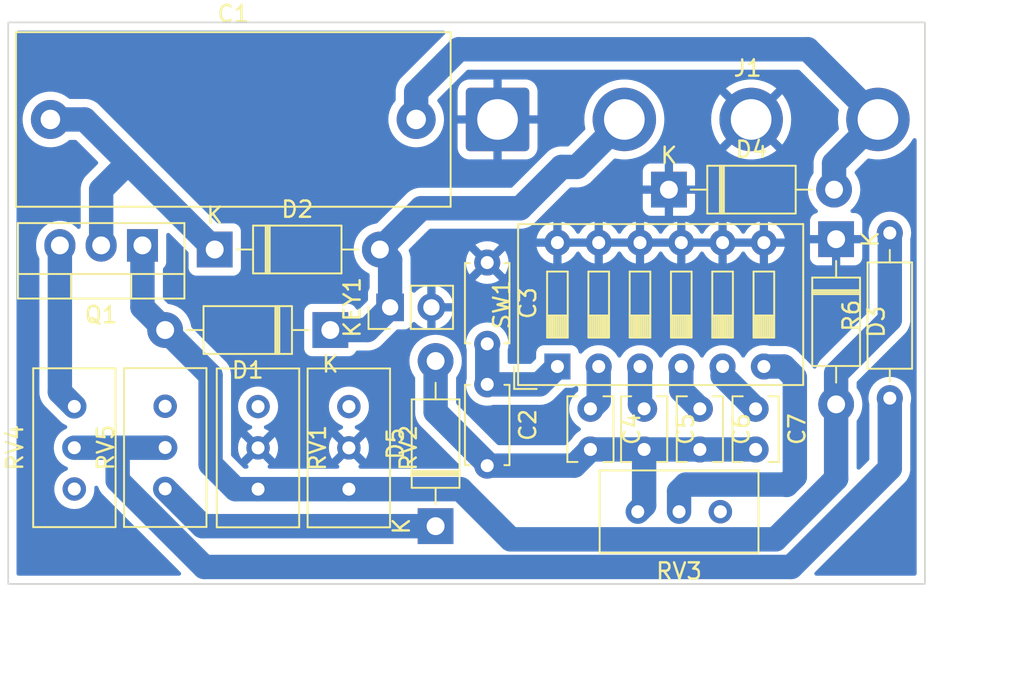
<source format=kicad_pcb>
(kicad_pcb (version 20211014) (generator pcbnew)
  (layers (0 "F.Cu" signal) (31 "B.Cu" signal) (34 "B.Paste" user) (35 "F.Paste" user) (36 "B.SilkS" user "B.Silkscreen") (37 "F.SilkS" user "F.Silkscreen") (38 "B.Mask" user) (39 "F.Mask" user) (44 "Edge.Cuts" user))
  (net 0 "")
  (net 1 "GND")
  (net 2 "Net-(C1-Pad1)")
  (net 3 "Net-(C2-Pad1)")
  (net 4 "RWIRE")
  (net 5 "Net-(C4-Pad1)")
  (net 6 "BWIRE")
  (net 7 "Net-(D5-Pad1)")
  (net 8 "Net-(D1-Pad2)")
  (net 9 "Net-(C2-Pad2)")
  (net 10 "Net-(C5-Pad1)")
  (net 11 "Net-(C6-Pad1)")
  (net 12 "Net-(C7-Pad1)")
  (net 15 "Net-(Q1-Pad3)")
  (net 19 "Net-(R6-Pad1)")
  (net 20 "Net-(RV3-Pad2)")
  (footprint "Button_Switch_THT:SW_DIP_SPSTx06_Slide_9.78x17.42mm_W7.62mm_P2.54mm" (layer "F.Cu") (at 98.298 75.7765 90)
    (fp_text reference "SW1" (at 3.81 -3.42 90) (layer "F.SilkS"))
    (fp_text value "SW_DIP_x06")
    (fp_line (start 8.76 -2.42) (end 8.76 15.12) (layer "F.SilkS") (width 0.12))
    (fp_line (start 1.78 0.325) (end 3.133333 0.325) (layer "F.SilkS") (width 0.12))
    (fp_line (start 5.84 -0.635) (end 1.78 -0.635) (layer "F.SilkS") (width 0.12))
    (fp_line (start 5.84 4.445) (end 1.78 4.445) (layer "F.SilkS") (width 0.12))
    (fp_line (start 1.78 9.765) (end 3.133333 9.765) (layer "F.SilkS") (width 0.12))
    (fp_line (start 1.78 12.425) (end 3.133333 12.425) (layer "F.SilkS") (width 0.12))
    (fp_line (start 1.78 2.625) (end 3.133333 2.625) (layer "F.SilkS") (width 0.12))
    (fp_line (start 1.78 2.865) (end 3.133333 2.865) (layer "F.SilkS") (width 0.12))
    (fp_line (start 1.78 4.445) (end 1.78 5.715) (layer "F.SilkS") (width 0.12))
    (fp_line (start 1.78 10.245) (end 3.133333 10.245) (layer "F.SilkS") (width 0.12))
    (fp_line (start 1.78 5.645) (end 3.133333 5.645) (layer "F.SilkS") (width 0.12))
    (fp_line (start 1.78 0.085) (end 3.133333 0.085) (layer "F.SilkS") (width 0.12))
    (fp_line (start 1.78 12.065) (end 1.78 13.335) (layer "F.SilkS") (width 0.12))
    (fp_line (start 1.78 2.025) (end 3.133333 2.025) (layer "F.SilkS") (width 0.12))
    (fp_line (start 3.133333 -0.635) (end 3.133333 0.635) (layer "F.SilkS") (width 0.12))
    (fp_line (start 1.78 10.005) (end 3.133333 10.005) (layer "F.SilkS") (width 0.12))
    (fp_line (start 5.84 13.335) (end 5.84 12.065) (layer "F.SilkS") (width 0.12))
    (fp_line (start 1.78 5.045) (end 3.133333 5.045) (layer "F.SilkS") (width 0.12))
    (fp_line (start 1.78 4.925) (end 3.133333 4.925) (layer "F.SilkS") (width 0.12))
    (fp_line (start 1.78 8.185) (end 3.133333 8.185) (layer "F.SilkS") (width 0.12))
    (fp_line (start 5.84 10.795) (end 5.84 9.525) (layer "F.SilkS") (width 0.12))
    (fp_line (start 1.78 12.305) (end 3.133333 12.305) (layer "F.SilkS") (width 0.12))
    (fp_line (start 5.84 6.985) (end 1.78 6.985) (layer "F.SilkS") (width 0.12))
    (fp_line (start 1.78 9.525) (end 1.78 10.795) (layer "F.SilkS") (width 0.12))
    (fp_line (start 5.84 9.525) (end 1.78 9.525) (layer "F.SilkS") (width 0.12))
    (fp_line (start 1.78 13.145) (end 3.133333 13.145) (layer "F.SilkS") (width 0.12))
    (fp_line (start 5.84 1.905) (end 1.78 1.905) (layer "F.SilkS") (width 0.12))
    (fp_line (start 1.78 -0.275) (end 3.133333 -0.275) (layer "F.SilkS") (width 0.12))
    (fp_line (start 1.78 -0.515) (end 3.133333 -0.515) (layer "F.SilkS") (width 0.12))
    (fp_line (start 1.78 5.285) (end 3.133333 5.285) (layer "F.SilkS") (width 0.12))
    (fp_line (start 1.78 10.485) (end 3.133333 10.485) (layer "F.SilkS") (width 0.12))
    (fp_line (start 1.78 2.145) (end 3.133333 2.145) (layer "F.SilkS") (width 0.12))
    (fp_line (start 1.78 7.945) (end 3.133333 7.945) (layer "F.SilkS") (width 0.12))
    (fp_line (start -1.38 -2.66) (end -1.38 -1.277) (layer "F.SilkS") (width 0.12))
    (fp_line (start 1.78 12.785) (end 3.133333 12.785) (layer "F.SilkS") (width 0.12))
    (fp_line (start 3.133333 1.905) (end 3.133333 3.175) (layer "F.SilkS") (width 0.12))
    (fp_line (start 1.78 0.205) (end 3.133333 0.205) (layer "F.SilkS") (width 0.12))
    (fp_line (start 1.78 2.745) (end 3.133333 2.745) (layer "F.SilkS") (width 0.12))
    (fp_line (start 1.78 5.525) (end 3.133333 5.525) (layer "F.SilkS") (width 0.12))
    (fp_line (start 1.78 9.885) (end 3.133333 9.885) (layer "F.SilkS") (width 0.12))
    (fp_line (start 1.78 5.165) (end 3.133333 5.165) (layer "F.SilkS") (width 0.12))
    (fp_line (start 1.78 7.585) (end 3.133333 7.585) (layer "F.SilkS") (width 0.12))
    (fp_line (start 1.78 13.265) (end 3.133333 13.265) (layer "F.SilkS") (width 0.12))
    (fp_line (start 1.78 7.225) (end 3.133333 7.225) (layer "F.SilkS") (width 0.12))
    (fp_line (start 1.78 8.255) (end 5.84 8.255) (layer "F.SilkS") (width 0.12))
    (fp_line (start 1.78 8.065) (end 3.133333 8.065) (layer "F.SilkS") (width 0.12))
    (fp_line (start 1.78 10.125) (end 3.133333 10.125) (layer "F.SilkS") (width 0.12))
    (fp_line (start 1.78 10.365) (end 3.133333 10.365) (layer "F.SilkS") (width 0.12))
    (fp_line (start 1.78 2.505) (end 3.133333 2.505) (layer "F.SilkS") (width 0.12))
    (fp_line (start 1.78 3.175) (end 5.84 3.175) (layer "F.SilkS") (width 0.12))
    (fp_line (start 3.133333 9.525) (end 3.133333 10.795) (layer "F.SilkS") (width 0.12))
    (fp_line (start 1.78 4.805) (end 3.133333 4.805) (layer "F.SilkS") (width 0.12))
    (fp_line (start 5.84 0.635) (end 5.84 -0.635) (layer "F.SilkS") (width 0.12))
    (fp_line (start 1.78 10.725) (end 3.133333 10.725) (layer "F.SilkS") (width 0.12))
    (fp_line (start 1.78 -0.155) (end 3.133333 -0.155) (layer "F.SilkS") (width 0.12))
    (fp_line (start 1.78 0.445) (end 3.133333 0.445) (layer "F.SilkS") (width 0.12))
    (fp_line (start 1.78 10.605) (end 3.133333 10.605) (layer "F.SilkS") (width 0.12))
    (fp_line (start 1.78 9.645) (end 3.133333 9.645) (layer "F.SilkS") (width 0.12))
    (fp_line (start -1.14 -2.42) (end 8.76 -2.42) (layer "F.SilkS") (width 0.12))
    (fp_line (start 1.78 1.905) (end 1.78 3.175) (layer "F.SilkS") (width 0.12))
    (fp_line (start -1.14 15.12) (end 8.76 15.12) (layer "F.SilkS") (width 0.12))
    (fp_line (start 1.78 7.105) (end 3.133333 7.105) (layer "F.SilkS") (width 0.12))
    (fp_line (start 3.133333 12.065) (end 3.133333 13.335) (layer "F.SilkS") (width 0.12))
    (fp_line (start 5.84 3.175) (end 5.84 1.905) (layer "F.SilkS") (width 0.12))
    (fp_line (start 3.133333 4.445) (end 3.133333 5.715) (layer "F.SilkS") (width 0.12))
    (fp_line (start 1.78 6.985) (end 1.78 8.255) (layer "F.SilkS") (width 0.12))
    (fp_line (start 1.78 7.345) (end 3.133333 7.345) (layer "F.SilkS") (width 0.12))
    (fp_line (start 1.78 2.265) (end 3.133333 2.265) (layer "F.SilkS") (width 0.12))
    (fp_line (start 1.78 -0.395) (end 3.133333 -0.395) (layer "F.SilkS") (width 0.12))
    (fp_line (start 1.78 12.545) (end 3.133333 12.545) (layer "F.SilkS") (width 0.12))
    (fp_line (start 1.78 5.715) (end 5.84 5.715) (layer "F.SilkS") (width 0.12))
    (fp_line (start 1.78 13.025) (end 3.133333 13.025) (layer "F.SilkS") (width 0.12))
    (fp_line (start 1.78 -0.035) (end 3.133333 -0.035) (layer "F.SilkS") (width 0.12))
    (fp_line (start 1.78 -0.635) (end 1.78 0.635) (layer "F.SilkS") (width 0.12))
    (fp_line (start 1.78 7.705) (end 3.133333 7.705) (layer "F.SilkS") (width 0.12))
    (fp_line (start 1.78 12.185) (end 3.133333 12.185) (layer "F.SilkS") (width 0.12))
    (fp_line (start 1.78 0.635) (end 5.84 0.635) (layer "F.SilkS") (width 0.12))
    (fp_line (start 5.84 5.715) (end 5.84 4.445) (layer "F.SilkS") (width 0.12))
    (fp_line (start 1.78 0.565) (end 3.133333 0.565) (layer "F.SilkS") (width 0.12))
    (fp_line (start 1.78 2.385) (end 3.133333 2.385) (layer "F.SilkS") (width 0.12))
    (fp_line (start 1.78 7.465) (end 3.133333 7.465) (layer "F.SilkS") (width 0.12))
    (fp_line (start -1.38 -2.66) (end 0.004 -2.66) (layer "F.SilkS") (width 0.12))
    (fp_line (start 5.84 8.255) (end 5.84 6.985) (layer "F.SilkS") (width 0.12))
    (fp_line (start 1.78 3.105) (end 3.133333 3.105) (layer "F.SilkS") (width 0.12))
    (fp_line (start 1.78 5.405) (end 3.133333 5.405) (layer "F.SilkS") (width 0.12))
    (fp_line (start 1.78 12.665) (end 3.133333 12.665) (layer "F.SilkS") (width 0.12))
    (fp_line (start 1.78 4.685) (end 3.133333 4.685) (layer "F.SilkS") (width 0.12))
    (fp_line (start 1.78 7.825) (end 3.133333 7.825) (layer "F.SilkS") (width 0.12))
    (fp_line (start 1.78 10.795) (end 5.84 10.795) (layer "F.SilkS") (width 0.12))
    (fp_line (start 1.78 4.565) (end 3.133333 4.565) (layer "F.SilkS") (width 0.12))
    (fp_line (start 1.78 2.985) (end 3.133333 2.985) (layer "F.SilkS") (width 0.12))
    (fp_line (start 3.133333 6.985) (end 3.133333 8.255) (layer "F.SilkS") (width 0.12))
    (fp_line (start 1.78 12.905) (end 3.133333 12.905) (layer "F.SilkS") (width 0.12))
    (fp_line (start -1.14 -2.42) (end -1.14 15.12) (layer "F.SilkS") (width 0.12))
    (fp_line (start 1.78 13.335) (end 5.84 13.335) (layer "F.SilkS") (width 0.12))
    (fp_line (start 5.84 12.065) (end 1.78 12.065) (layer "F.SilkS") (width 0.12))
    (pad "1" thru_hole rect (at 0 0 90) (size 1.6 1.6) (drill 0.8) (layers *.Cu *.Mask) (net 3 "Net-(C2-Pad1)"))
    (pad "2" thru_hole oval (at 0 2.54 90) (size 1.6 1.6) (drill 0.8) (layers *.Cu *.Mask) (net 5 "Net-(C4-Pad1)"))
    (pad "3" thru_hole oval (at 0 5.08 90) (size 1.6 1.6) (drill 0.8) (layers *.Cu *.Mask) (net 10 "Net-(C5-Pad1)"))
    (pad "4" thru_hole oval (at 0 7.62 90) (size 1.6 1.6) (drill 0.8) (layers *.Cu *.Mask) (net 11 "Net-(C6-Pad1)"))
    (pad "5" thru_hole oval (at 0 10.16 90) (size 1.6 1.6) (drill 0.8) (layers *.Cu *.Mask) (net 12 "Net-(C7-Pad1)"))
    (pad "6" thru_hole oval (at 0 12.7 90) (size 1.6 1.6) (drill 0.8) (layers *.Cu *.Mask) (net 20 "Net-(RV3-Pad2)"))
    (pad "7" thru_hole oval (at 7.62 12.7 90) (size 1.6 1.6) (drill 0.8) (layers *.Cu *.Mask) (net 1 "GND"))
    (pad "8" thru_hole oval (at 7.62 10.16 90) (size 1.6 1.6) (drill 0.8) (layers *.Cu *.Mask) (net 1 "GND"))
    (pad "9" thru_hole oval (at 7.62 7.62 90) (size 1.6 1.6) (drill 0.8) (layers *.Cu *.Mask) (net 1 "GND"))
    (pad "10" thru_hole oval (at 7.62 5.08 90) (size 1.6 1.6) (drill 0.8) (layers *.Cu *.Mask) (net 1 "GND"))
    (pad "11" thru_hole oval (at 7.62 2.54 90) (size 1.6 1.6) (drill 0.8) (layers *.Cu *.Mask) (net 1 "GND"))
    (pad "12" thru_hole oval (at 7.62 0 90) (size 1.6 1.6) (drill 0.8) (layers *.Cu *.Mask) (net 1 "GND"))
  )
  (footprint "Diode_THT:D_DO-41_SOD81_P10.16mm_Horizontal" (layer "F.Cu") (at 115.443 67.945 -90)
    (fp_text reference "D3" (at 5.08 -2.47 90) (layer "F.SilkS"))
    (fp_text value "1N4007")
    (fp_text user "K" (at 0 -2.1 90) (layer "F.SilkS"))
    (fp_line (start 2.36 1.47) (end 7.8 1.47) (layer "F.SilkS") (width 0.12))
    (fp_line (start 3.38 -1.47) (end 3.38 1.47) (layer "F.SilkS") (width 0.12))
    (fp_line (start 1.34 0) (end 2.36 0) (layer "F.SilkS") (width 0.12))
    (fp_line (start 8.82 0) (end 7.8 0) (layer "F.SilkS") (width 0.12))
    (fp_line (start 7.8 1.47) (end 7.8 -1.47) (layer "F.SilkS") (width 0.12))
    (fp_line (start 7.8 -1.47) (end 2.36 -1.47) (layer "F.SilkS") (width 0.12))
    (fp_line (start 3.14 -1.47) (end 3.14 1.47) (layer "F.SilkS") (width 0.12))
    (fp_line (start 3.26 -1.47) (end 3.26 1.47) (layer "F.SilkS") (width 0.12))
    (fp_line (start 2.36 -1.47) (end 2.36 1.47) (layer "F.SilkS") (width 0.12))
    (pad "1" thru_hole rect (at 0 0 270) (size 2.2 2.2) (drill 1.1) (layers *.Cu *.Mask) (net 1 "GND"))
    (pad "2" thru_hole oval (at 10.16 0 270) (size 2.2 2.2) (drill 1.1) (layers *.Cu *.Mask) (net 8 "Net-(D1-Pad2)"))
  )
  (footprint "Diode_THT:D_DO-41_SOD81_P10.16mm_Horizontal" (layer "F.Cu") (at 105.156 64.897)
    (fp_text reference "D4" (at 5.08 -2.47) (layer "F.SilkS"))
    (fp_text value "1N4007")
    (fp_text user "K" (at 0 -2.1) (layer "F.SilkS"))
    (fp_line (start 8.82 0) (end 7.8 0) (layer "F.SilkS") (width 0.12))
    (fp_line (start 7.8 -1.47) (end 2.36 -1.47) (layer "F.SilkS") (width 0.12))
    (fp_line (start 2.36 1.47) (end 7.8 1.47) (layer "F.SilkS") (width 0.12))
    (fp_line (start 3.38 -1.47) (end 3.38 1.47) (layer "F.SilkS") (width 0.12))
    (fp_line (start 7.8 1.47) (end 7.8 -1.47) (layer "F.SilkS") (width 0.12))
    (fp_line (start 2.36 -1.47) (end 2.36 1.47) (layer "F.SilkS") (width 0.12))
    (fp_line (start 3.14 -1.47) (end 3.14 1.47) (layer "F.SilkS") (width 0.12))
    (fp_line (start 3.26 -1.47) (end 3.26 1.47) (layer "F.SilkS") (width 0.12))
    (fp_line (start 1.34 0) (end 2.36 0) (layer "F.SilkS") (width 0.12))
    (pad "1" thru_hole rect (at 0 0) (size 2.2 2.2) (drill 1.1) (layers *.Cu *.Mask) (net 1 "GND"))
    (pad "2" thru_hole oval (at 10.16 0) (size 2.2 2.2) (drill 1.1) (layers *.Cu *.Mask) (net 4 "RWIRE"))
  )
  (footprint "Diode_THT:D_DO-41_SOD81_P10.16mm_Horizontal" (layer "F.Cu") (at 77.216 68.58)
    (fp_text reference "D2" (at 5.08 -2.47) (layer "F.SilkS"))
    (fp_text value "1N4007")
    (fp_text user "K" (at 0 -2.1) (layer "F.SilkS"))
    (fp_line (start 3.38 -1.47) (end 3.38 1.47) (layer "F.SilkS") (width 0.12))
    (fp_line (start 2.36 1.47) (end 7.8 1.47) (layer "F.SilkS") (width 0.12))
    (fp_line (start 1.34 0) (end 2.36 0) (layer "F.SilkS") (width 0.12))
    (fp_line (start 2.36 -1.47) (end 2.36 1.47) (layer "F.SilkS") (width 0.12))
    (fp_line (start 3.26 -1.47) (end 3.26 1.47) (layer "F.SilkS") (width 0.12))
    (fp_line (start 3.14 -1.47) (end 3.14 1.47) (layer "F.SilkS") (width 0.12))
    (fp_line (start 7.8 -1.47) (end 2.36 -1.47) (layer "F.SilkS") (width 0.12))
    (fp_line (start 8.82 0) (end 7.8 0) (layer "F.SilkS") (width 0.12))
    (fp_line (start 7.8 1.47) (end 7.8 -1.47) (layer "F.SilkS") (width 0.12))
    (pad "1" thru_hole rect (at 0 0) (size 2.2 2.2) (drill 1.1) (layers *.Cu *.Mask) (net 2 "Net-(C1-Pad1)"))
    (pad "2" thru_hole oval (at 10.16 0) (size 2.2 2.2) (drill 1.1) (layers *.Cu *.Mask) (net 6 "BWIRE"))
  )
  (footprint "Potentiometer_THT:Potentiometer_Bourns_3296W_Vertical" (layer "F.Cu") (at 85.471 83.322 -90)
    (fp_text reference "RV2" (at -2.54 -3.66 -90) (layer "F.SilkS"))
    (fp_text value "500")
    (fp_line (start -7.425 2.54) (end 2.345 2.54) (layer "F.SilkS") (width 0.12))
    (fp_line (start -7.425 -2.53) (end 2.345 -2.53) (layer "F.SilkS") (width 0.12))
    (fp_line (start 2.345 -2.53) (end 2.345 2.54) (layer "F.SilkS") (width 0.12))
    (fp_line (start -7.425 -2.53) (end -7.425 2.54) (layer "F.SilkS") (width 0.12))
    (pad "1" thru_hole circle (at 0 0 270) (size 1.44 1.44) (drill 0.8) (layers *.Cu *.Mask) (net 8 "Net-(D1-Pad2)"))
    (pad "2" thru_hole circle (at -2.54 0 270) (size 1.44 1.44) (drill 0.8) (layers *.Cu *.Mask) (net 1 "GND"))
    (pad "3" thru_hole circle (at -5.08 0 270) (size 1.44 1.44) (drill 0.8) (layers *.Cu *.Mask))
  )
  (footprint "Capacitor_THT:C_Disc_D3.8mm_W2.6mm_P2.50mm" (layer "F.Cu") (at 100.33 78.379 -90)
    (fp_text reference "C4" (at 1.25 -2.55 90) (layer "F.SilkS"))
    (fp_text value "0.47uF")
    (fp_line (start -0.77 0.795) (end -0.77 1.42) (layer "F.SilkS") (width 0.12))
    (fp_line (start -0.77 1.42) (end 3.27 1.42) (layer "F.SilkS") (width 0.12))
    (fp_line (start -0.77 -1.42) (end 3.27 -1.42) (layer "F.SilkS") (width 0.12))
    (fp_line (start 3.27 0.795) (end 3.27 1.42) (layer "F.SilkS") (width 0.12))
    (fp_line (start -0.77 -1.42) (end -0.77 -0.795) (layer "F.SilkS") (width 0.12))
    (fp_line (start 3.27 -1.42) (end 3.27 -0.795) (layer "F.SilkS") (width 0.12))
    (pad "1" thru_hole circle (at 0 0 270) (size 1.6 1.6) (drill 0.8) (layers *.Cu *.Mask) (net 5 "Net-(C4-Pad1)"))
    (pad "2" thru_hole circle (at 2.5 0 270) (size 1.6 1.6) (drill 0.8) (layers *.Cu *.Mask) (net 9 "Net-(C2-Pad2)"))
  )
  (footprint "Capacitor_THT:C_Disc_D3.8mm_W2.6mm_P2.50mm" (layer "F.Cu") (at 110.49 78.379 -90)
    (fp_text reference "C7" (at 1.25 -2.55 90) (layer "F.SilkS"))
    (fp_text value "0.47uF")
    (fp_line (start -0.77 -1.42) (end 3.27 -1.42) (layer "F.SilkS") (width 0.12))
    (fp_line (start 3.27 -1.42) (end 3.27 -0.795) (layer "F.SilkS") (width 0.12))
    (fp_line (start -0.77 1.42) (end 3.27 1.42) (layer "F.SilkS") (width 0.12))
    (fp_line (start -0.77 -1.42) (end -0.77 -0.795) (layer "F.SilkS") (width 0.12))
    (fp_line (start 3.27 0.795) (end 3.27 1.42) (layer "F.SilkS") (width 0.12))
    (fp_line (start -0.77 0.795) (end -0.77 1.42) (layer "F.SilkS") (width 0.12))
    (pad "1" thru_hole circle (at 0 0 270) (size 1.6 1.6) (drill 0.8) (layers *.Cu *.Mask) (net 12 "Net-(C7-Pad1)"))
    (pad "2" thru_hole circle (at 2.5 0 270) (size 1.6 1.6) (drill 0.8) (layers *.Cu *.Mask) (net 9 "Net-(C2-Pad2)"))
  )
  (footprint "Capacitor_THT:C_Disc_D3.8mm_W2.6mm_P2.50mm" (layer "F.Cu") (at 103.632 78.379 -90)
    (fp_text reference "C5" (at 1.25 -2.55 90) (layer "F.SilkS"))
    (fp_text value "0.47uF")
    (fp_line (start -0.77 1.42) (end 3.27 1.42) (layer "F.SilkS") (width 0.12))
    (fp_line (start -0.77 -1.42) (end -0.77 -0.795) (layer "F.SilkS") (width 0.12))
    (fp_line (start 3.27 0.795) (end 3.27 1.42) (layer "F.SilkS") (width 0.12))
    (fp_line (start -0.77 0.795) (end -0.77 1.42) (layer "F.SilkS") (width 0.12))
    (fp_line (start -0.77 -1.42) (end 3.27 -1.42) (layer "F.SilkS") (width 0.12))
    (fp_line (start 3.27 -1.42) (end 3.27 -0.795) (layer "F.SilkS") (width 0.12))
    (pad "1" thru_hole circle (at 0 0 270) (size 1.6 1.6) (drill 0.8) (layers *.Cu *.Mask) (net 10 "Net-(C5-Pad1)"))
    (pad "2" thru_hole circle (at 2.5 0 270) (size 1.6 1.6) (drill 0.8) (layers *.Cu *.Mask) (net 9 "Net-(C2-Pad2)"))
  )
  (footprint "Capacitor_THT:C_Disc_D4.7mm_W2.5mm_P5.00mm" (layer "F.Cu") (at 93.98 76.875 -90)
    (fp_text reference "C2" (at 2.5 -2.5 90) (layer "F.SilkS"))
    (fp_text value "4.7uF")
    (fp_line (start 4.97 1.055) (end 4.97 1.37) (layer "F.SilkS") (width 0.12))
    (fp_line (start 0.03 1.055) (end 0.03 1.37) (layer "F.SilkS") (width 0.12))
    (fp_line (start 0.03 -1.37) (end 4.97 -1.37) (layer "F.SilkS") (width 0.12))
    (fp_line (start 4.97 -1.37) (end 4.97 -1.055) (layer "F.SilkS") (width 0.12))
    (fp_line (start 0.03 1.37) (end 4.97 1.37) (layer "F.SilkS") (width 0.12))
    (fp_line (start 0.03 -1.37) (end 0.03 -1.055) (layer "F.SilkS") (width 0.12))
    (pad "1" thru_hole circle (at 0 0 270) (size 1.6 1.6) (drill 0.8) (layers *.Cu *.Mask) (net 3 "Net-(C2-Pad1)"))
    (pad "2" thru_hole circle (at 5 0 270) (size 1.6 1.6) (drill 0.8) (layers *.Cu *.Mask) (net 9 "Net-(C2-Pad2)"))
  )
  (footprint "Diode_THT:D_DO-41_SOD81_P10.16mm_Horizontal" (layer "F.Cu") (at 84.328 73.533 180)
    (fp_text reference "D1" (at 5.08 -2.47) (layer "F.SilkS"))
    (fp_text value "1N4007")
    (fp_text user "K" (at 0 -2.1) (layer "F.SilkS"))
    (fp_line (start 2.36 1.47) (end 7.8 1.47) (layer "F.SilkS") (width 0.12))
    (fp_line (start 2.36 -1.47) (end 2.36 1.47) (layer "F.SilkS") (width 0.12))
    (fp_line (start 7.8 -1.47) (end 2.36 -1.47) (layer "F.SilkS") (width 0.12))
    (fp_line (start 8.82 0) (end 7.8 0) (layer "F.SilkS") (width 0.12))
    (fp_line (start 3.14 -1.47) (end 3.14 1.47) (layer "F.SilkS") (width 0.12))
    (fp_line (start 1.34 0) (end 2.36 0) (layer "F.SilkS") (width 0.12))
    (fp_line (start 7.8 1.47) (end 7.8 -1.47) (layer "F.SilkS") (width 0.12))
    (fp_line (start 3.26 -1.47) (end 3.26 1.47) (layer "F.SilkS") (width 0.12))
    (fp_line (start 3.38 -1.47) (end 3.38 1.47) (layer "F.SilkS") (width 0.12))
    (pad "1" thru_hole rect (at 0 0 180) (size 2.2 2.2) (drill 1.1) (layers *.Cu *.Mask) (net 6 "BWIRE"))
    (pad "2" thru_hole oval (at 10.16 0 180) (size 2.2 2.2) (drill 1.1) (layers *.Cu *.Mask) (net 8 "Net-(D1-Pad2)"))
  )
  (footprint "Capacitor_THT:C_Disc_D4.7mm_W2.5mm_P5.00mm" (layer "F.Cu") (at 93.98 69.382 -90)
    (fp_text reference "C3" (at 2.5 -2.5 90) (layer "F.SilkS"))
    (fp_text value "4.7uF")
    (fp_line (start 0.03 1.37) (end 4.97 1.37) (layer "F.SilkS") (width 0.12))
    (fp_line (start 0.03 -1.37) (end 4.97 -1.37) (layer "F.SilkS") (width 0.12))
    (fp_line (start 0.03 1.055) (end 0.03 1.37) (layer "F.SilkS") (width 0.12))
    (fp_line (start 0.03 -1.37) (end 0.03 -1.055) (layer "F.SilkS") (width 0.12))
    (fp_line (start 4.97 1.055) (end 4.97 1.37) (layer "F.SilkS") (width 0.12))
    (fp_line (start 4.97 -1.37) (end 4.97 -1.055) (layer "F.SilkS") (width 0.12))
    (pad "1" thru_hole circle (at 0 0 270) (size 1.6 1.6) (drill 0.8) (layers *.Cu *.Mask) (net 1 "GND"))
    (pad "2" thru_hole circle (at 5 0 270) (size 1.6 1.6) (drill 0.8) (layers *.Cu *.Mask) (net 3 "Net-(C2-Pad1)"))
  )
  (footprint "Connector_Wire:SolderWire-2sqmm_1x04_P7.8mm_D2mm_OD3.9mm" (layer "F.Cu") (at 94.615 60.579)
    (fp_text reference "J1" (at 15.383 -3.15) (layer "F.SilkS"))
    (fp_text value "Conn_01x04_Male")
    (pad "1" thru_hole roundrect locked (at 0 0) (size 3.9 3.9) (drill 2.5) (layers *.Cu *.Mask) (roundrect_rratio 0.06410307692) (net 1 "GND"))
    (pad "2" thru_hole circle locked (at 7.8 0) (size 3.9 3.9) (drill 2.5) (layers *.Cu *.Mask) (net 6 "BWIRE"))
    (pad "3" thru_hole circle locked (at 15.6 0) (size 3.9 3.9) (drill 2.5) (layers *.Cu *.Mask) (net 1 "GND"))
    (pad "4" thru_hole circle locked (at 23.4 0) (size 3.9 3.9) (drill 2.5) (layers *.Cu *.Mask) (net 4 "RWIRE"))
  )
  (footprint "Potentiometer_THT:Potentiometer_Bourns_3296W_Vertical" (layer "F.Cu") (at 103.241 84.709 180)
    (fp_text reference "RV3" (at -2.54 -3.66) (layer "F.SilkS"))
    (fp_text value "1k")
    (fp_line (start -7.425 -2.53) (end 2.345 -2.53) (layer "F.SilkS") (width 0.12))
    (fp_line (start -7.425 2.54) (end 2.345 2.54) (layer "F.SilkS") (width 0.12))
    (fp_line (start -7.425 -2.53) (end -7.425 2.54) (layer "F.SilkS") (width 0.12))
    (fp_line (start 2.345 -2.53) (end 2.345 2.54) (layer "F.SilkS") (width 0.12))
    (pad "1" thru_hole circle (at 0 0 180) (size 1.44 1.44) (drill 0.8) (layers *.Cu *.Mask) (net 9 "Net-(C2-Pad2)"))
    (pad "2" thru_hole circle (at -2.54 0 180) (size 1.44 1.44) (drill 0.8) (layers *.Cu *.Mask) (net 20 "Net-(RV3-Pad2)"))
    (pad "3" thru_hole circle (at -5.08 0 180) (size 1.44 1.44) (drill 0.8) (layers *.Cu *.Mask))
  )
  (footprint "Capacitor_THT:C_Disc_D3.8mm_W2.6mm_P2.50mm" (layer "F.Cu") (at 107.061 78.379 -90)
    (fp_text reference "C6" (at 1.25 -2.55 90) (layer "F.SilkS"))
    (fp_text value "0.47uF")
    (fp_line (start -0.77 -1.42) (end 3.27 -1.42) (layer "F.SilkS") (width 0.12))
    (fp_line (start -0.77 -1.42) (end -0.77 -0.795) (layer "F.SilkS") (width 0.12))
    (fp_line (start -0.77 1.42) (end 3.27 1.42) (layer "F.SilkS") (width 0.12))
    (fp_line (start 3.27 0.795) (end 3.27 1.42) (layer "F.SilkS") (width 0.12))
    (fp_line (start -0.77 0.795) (end -0.77 1.42) (layer "F.SilkS") (width 0.12))
    (fp_line (start 3.27 -1.42) (end 3.27 -0.795) (layer "F.SilkS") (width 0.12))
    (pad "1" thru_hole circle (at 0 0 270) (size 1.6 1.6) (drill 0.8) (layers *.Cu *.Mask) (net 11 "Net-(C6-Pad1)"))
    (pad "2" thru_hole circle (at 2.5 0 270) (size 1.6 1.6) (drill 0.8) (layers *.Cu *.Mask) (net 9 "Net-(C2-Pad2)"))
  )
  (footprint "Capacitor_THT:C_Rect_L26.5mm_W10.5mm_P22.50mm_MKS4" (layer "F.Cu") (at 67.109 60.579)
    (fp_text reference "C1" (at 11.25 -6.5) (layer "F.SilkS"))
    (fp_text value "1uF")
    (fp_line (start -2.12 -5.37) (end 24.62 -5.37) (layer "F.SilkS") (width 0.12))
    (fp_line (start -2.12 -5.37) (end -2.12 5.37) (layer "F.SilkS") (width 0.12))
    (fp_line (start 24.62 -5.37) (end 24.62 5.37) (layer "F.SilkS") (width 0.12))
    (fp_line (start -2.12 5.37) (end 24.62 5.37) (layer "F.SilkS") (width 0.12))
    (pad "1" thru_hole circle (at 0 0) (size 2.4 2.4) (drill 1.2) (layers *.Cu *.Mask) (net 2 "Net-(C1-Pad1)"))
    (pad "2" thru_hole circle (at 22.5 0) (size 2.4 2.4) (drill 1.2) (layers *.Cu *.Mask) (net 4 "RWIRE"))
  )
  (footprint "Potentiometer_THT:Potentiometer_Bourns_3296W_Vertical" (layer "F.Cu") (at 68.58 78.232 90)
    (fp_text reference "RV4" (at -2.54 -3.66 90) (layer "F.SilkS"))
    (fp_text value "500")
    (fp_line (start -7.425 -2.53) (end -7.425 2.54) (layer "F.SilkS") (width 0.12))
    (fp_line (start 2.345 -2.53) (end 2.345 2.54) (layer "F.SilkS") (width 0.12))
    (fp_line (start -7.425 -2.53) (end 2.345 -2.53) (layer "F.SilkS") (width 0.12))
    (fp_line (start -7.425 2.54) (end 2.345 2.54) (layer "F.SilkS") (width 0.12))
    (pad "1" thru_hole circle (at 0 0 90) (size 1.44 1.44) (drill 0.8) (layers *.Cu *.Mask) (net 15 "Net-(Q1-Pad3)"))
    (pad "2" thru_hole circle (at -2.54 0 90) (size 1.44 1.44) (drill 0.8) (layers *.Cu *.Mask) (net 19 "Net-(R6-Pad1)"))
    (pad "3" thru_hole circle (at -5.08 0 90) (size 1.44 1.44) (drill 0.8) (layers *.Cu *.Mask))
  )
  (footprint "Resistor_THT:R_Axial_DIN0207_L6.3mm_D2.5mm_P10.16mm_Horizontal" (layer "F.Cu") (at 118.745 77.724 90)
    (fp_text reference "R6" (at 5.08 -2.37 90) (layer "F.SilkS"))
    (fp_text value "1K")
    (fp_line (start 1.81 -1.37) (end 1.81 1.37) (layer "F.SilkS") (width 0.12))
    (fp_line (start 1.81 1.37) (end 8.35 1.37) (layer "F.SilkS") (width 0.12))
    (fp_line (start 9.12 0) (end 8.35 0) (layer "F.SilkS") (width 0.12))
    (fp_line (start 1.04 0) (end 1.81 0) (layer "F.SilkS") (width 0.12))
    (fp_line (start 8.35 -1.37) (end 1.81 -1.37) (layer "F.SilkS") (width 0.12))
    (fp_line (start 8.35 1.37) (end 8.35 -1.37) (layer "F.SilkS") (width 0.12))
    (pad "1" thru_hole circle (at 0 0 90) (size 1.6 1.6) (drill 0.8) (layers *.Cu *.Mask) (net 19 "Net-(R6-Pad1)"))
    (pad "2" thru_hole oval (at 10.16 0 90) (size 1.6 1.6) (drill 0.8) (layers *.Cu *.Mask) (net 8 "Net-(D1-Pad2)"))
  )
  (footprint "Package_TO_SOT_THT:TO-220-3_Vertical" (layer "F.Cu") (at 72.771 68.326 180)
    (fp_text reference "Q1" (at 2.54 -4.27) (layer "F.SilkS"))
    (fp_text value "TIC106")
    (fp_line (start 4.391 -3.27) (end 4.391 -1.76) (layer "F.SilkS") (width 0.12))
    (fp_line (start 7.66 -3.27) (end 7.66 1.371) (layer "F.SilkS") (width 0.12))
    (fp_line (start -2.58 1.371) (end 7.66 1.371) (layer "F.SilkS") (width 0.12))
    (fp_line (start -2.58 -3.27) (end 7.66 -3.27) (layer "F.SilkS") (width 0.12))
    (fp_line (start 0.69 -3.27) (end 0.69 -1.76) (layer "F.SilkS") (width 0.12))
    (fp_line (start -2.58 -3.27) (end -2.58 1.371) (layer "F.SilkS") (width 0.12))
    (fp_line (start -2.58 -1.76) (end 7.66 -1.76) (layer "F.SilkS") (width 0.12))
    (pad "1" thru_hole rect (at 0 0 180) (size 1.905 2) (drill 1.1) (layers *.Cu *.Mask) (net 8 "Net-(D1-Pad2)"))
    (pad "2" thru_hole oval (at 2.54 0 180) (size 1.905 2) (drill 1.1) (layers *.Cu *.Mask) (net 2 "Net-(C1-Pad1)"))
    (pad "3" thru_hole oval (at 5.08 0 180) (size 1.905 2) (drill 1.1) (layers *.Cu *.Mask) (net 15 "Net-(Q1-Pad3)"))
  )
  (footprint "Potentiometer_THT:Potentiometer_Bourns_3296W_Vertical" (layer "F.Cu") (at 74.168 78.222 90)
    (fp_text reference "RV5" (at -2.54 -3.66 90) (layer "F.SilkS"))
    (fp_text value "50")
    (fp_line (start -7.425 -2.53) (end -7.425 2.54) (layer "F.SilkS") (width 0.12))
    (fp_line (start 2.345 -2.53) (end 2.345 2.54) (layer "F.SilkS") (width 0.12))
    (fp_line (start -7.425 -2.53) (end 2.345 -2.53) (layer "F.SilkS") (width 0.12))
    (fp_line (start -7.425 2.54) (end 2.345 2.54) (layer "F.SilkS") (width 0.12))
    (pad "1" thru_hole circle (at 0 0 90) (size 1.44 1.44) (drill 0.8) (layers *.Cu *.Mask))
    (pad "2" thru_hole circle (at -2.54 0 90) (size 1.44 1.44) (drill 0.8) (layers *.Cu *.Mask) (net 19 "Net-(R6-Pad1)"))
    (pad "3" thru_hole circle (at -5.08 0 90) (size 1.44 1.44) (drill 0.8) (layers *.Cu *.Mask) (net 7 "Net-(D5-Pad1)"))
  )
  (footprint "Potentiometer_THT:Potentiometer_Bourns_3296W_Vertical" (layer "F.Cu") (at 79.883 83.322 -90)
    (fp_text reference "RV1" (at -2.54 -3.66 90) (layer "F.SilkS"))
    (fp_text value "50")
    (fp_line (start -7.425 -2.53) (end -7.425 2.54) (layer "F.SilkS") (width 0.12))
    (fp_line (start 2.345 -2.53) (end 2.345 2.54) (layer "F.SilkS") (width 0.12))
    (fp_line (start -7.425 2.54) (end 2.345 2.54) (layer "F.SilkS") (width 0.12))
    (fp_line (start -7.425 -2.53) (end 2.345 -2.53) (layer "F.SilkS") (width 0.12))
    (pad "1" thru_hole circle (at 0 0 270) (size 1.44 1.44) (drill 0.8) (layers *.Cu *.Mask) (net 8 "Net-(D1-Pad2)"))
    (pad "2" thru_hole circle (at -2.54 0 270) (size 1.44 1.44) (drill 0.8) (layers *.Cu *.Mask) (net 1 "GND"))
    (pad "3" thru_hole circle (at -5.08 0 270) (size 1.44 1.44) (drill 0.8) (layers *.Cu *.Mask))
  )
  (footprint "Connector_PinHeader_2.54mm:PinHeader_1x02_P2.54mm_Vertical" (layer "F.Cu") (at 88.006 72.136 90)
    (fp_text reference "KEY1" (at 0 -2.33 90) (layer "F.SilkS"))
    (fp_text value "Conn_01x02_Male")
    (fp_line (start -1.33 -1.33) (end 0 -1.33) (layer "F.SilkS") (width 0.12))
    (fp_line (start 1.33 1.27) (end 1.33 3.87) (layer "F.SilkS") (width 0.12))
    (fp_line (start -1.33 3.87) (end 1.33 3.87) (layer "F.SilkS") (width 0.12))
    (fp_line (start -1.33 0) (end -1.33 -1.33) (layer "F.SilkS") (width 0.12))
    (fp_line (start -1.33 1.27) (end 1.33 1.27) (layer "F.SilkS") (width 0.12))
    (fp_line (start -1.33 1.27) (end -1.33 3.87) (layer "F.SilkS") (width 0.12))
    (pad "1" thru_hole rect (at 0 0 90) (size 1.7 1.7) (drill 1) (layers *.Cu *.Mask) (net 6 "BWIRE"))
    (pad "2" thru_hole oval (at 0 2.54 90) (size 1.7 1.7) (drill 1) (layers *.Cu *.Mask) (net 1 "GND"))
  )
  (footprint "Diode_THT:D_DO-41_SOD81_P10.16mm_Horizontal" (layer "F.Cu") (at 90.805 85.598 90)
    (fp_text reference "D5" (at 5.08 -2.47 90) (layer "F.SilkS"))
    (fp_text value "1N4007")
    (fp_text user "K" (at 0 -2.1 90) (layer "F.SilkS"))
    (fp_line (start 1.34 0) (end 2.36 0) (layer "F.SilkS") (width 0.12))
    (fp_line (start 7.8 1.47) (end 7.8 -1.47) (layer "F.SilkS") (width 0.12))
    (fp_line (start 7.8 -1.47) (end 2.36 -1.47) (layer "F.SilkS") (width 0.12))
    (fp_line (start 3.14 -1.47) (end 3.14 1.47) (layer "F.SilkS") (width 0.12))
    (fp_line (start 2.36 -1.47) (end 2.36 1.47) (layer "F.SilkS") (width 0.12))
    (fp_line (start 8.82 0) (end 7.8 0) (layer "F.SilkS") (width 0.12))
    (fp_line (start 3.38 -1.47) (end 3.38 1.47) (layer "F.SilkS") (width 0.12))
    (fp_line (start 2.36 1.47) (end 7.8 1.47) (layer "F.SilkS") (width 0.12))
    (fp_line (start 3.26 -1.47) (end 3.26 1.47) (layer "F.SilkS") (width 0.12))
    (pad "1" thru_hole rect (at 0 0 90) (size 2.2 2.2) (drill 1.1) (layers *.Cu *.Mask) (net 7 "Net-(D5-Pad1)"))
    (pad "2" thru_hole oval (at 10.16 0 90) (size 2.2 2.2) (drill 1.1) (layers *.Cu *.Mask) (net 9 "Net-(C2-Pad2)"))
  )
  (gr_rect (start 64.516 54.61) (end 120.904 89.154) (layer "Edge.Cuts") (width 0.1) (fill none))
  (segment (start 77.216 68.58) (end 71.882 63.246) (width 1.5) (layer "B.Cu") (net 2))
  (segment (start 70.231 68.326) (end 70.231 64.897) (width 1.5) (layer "B.Cu") (net 2))
  (segment (start 70.231 64.897) (end 71.882 63.246) (width 1.5) (layer "B.Cu") (net 2))
  (segment (start 71.882 63.246) (end 69.215 60.579) (width 1.5) (layer "B.Cu") (net 2))
  (segment (start 69.215 60.579) (end 67.109 60.579) (width 1.5) (layer "B.Cu") (net 2))
  (segment (start 93.98 76.748) (end 94.107 76.875) (width 1.5) (layer "B.Cu") (net 3))
  (segment (start 97.1995 76.875) (end 98.298 75.7765) (width 1.5) (layer "B.Cu") (net 3))
  (segment (start 93.98 74.382) (end 93.98 76.748) (width 1.5) (layer "B.Cu") (net 3))
  (segment (start 94.107 76.875) (end 97.1995 76.875) (width 1.5) (layer "B.Cu") (net 3))
  (segment (start 115.316 64.897) (end 115.316 63.278) (width 1.5) (layer "B.Cu") (net 4))
  (segment (start 115.316 63.278) (end 118.015 60.579) (width 1.5) (layer "B.Cu") (net 4))
  (segment (start 92.229944 56.261) (end 113.697 56.261) (width 1.5) (layer "B.Cu") (net 4))
  (segment (start 89.609 60.579) (end 89.609 58.881944) (width 1.5) (layer "B.Cu") (net 4))
  (segment (start 113.697 56.261) (end 118.015 60.579) (width 1.5) (layer "B.Cu") (net 4))
  (segment (start 89.609 58.881944) (end 92.229944 56.261) (width 1.5) (layer "B.Cu") (net 4))
  (segment (start 100.838 77.871) (end 100.33 78.379) (width 1.5) (layer "B.Cu") (net 5))
  (segment (start 100.838 75.7765) (end 100.838 77.871) (width 1.5) (layer "B.Cu") (net 5))
  (segment (start 96.012 66.04) (end 89.916 66.04) (width 1.5) (layer "B.Cu") (net 6))
  (segment (start 86.609 73.533) (end 88.006 72.136) (width 1.5) (layer "B.Cu") (net 6))
  (segment (start 89.916 66.04) (end 87.376 68.58) (width 1.5) (layer "B.Cu") (net 6))
  (segment (start 99.494 63.5) (end 98.552 63.5) (width 1.5) (layer "B.Cu") (net 6))
  (segment (start 88.006 72.136) (end 88.006 69.21) (width 1.5) (layer "B.Cu") (net 6))
  (segment (start 102.415 60.579) (end 99.494 63.5) (width 1.5) (layer "B.Cu") (net 6))
  (segment (start 84.328 73.533) (end 86.609 73.533) (width 1.5) (layer "B.Cu") (net 6))
  (segment (start 88.006 69.21) (end 87.376 68.58) (width 1.5) (layer "B.Cu") (net 6))
  (segment (start 98.552 63.5) (end 96.012 66.04) (width 1.5) (layer "B.Cu") (net 6))
  (segment (start 76.464 85.598) (end 90.805 85.598) (width 1.5) (layer "B.Cu") (net 7))
  (segment (start 74.168 83.302) (end 76.464 85.598) (width 1.5) (layer "B.Cu") (net 7))
  (segment (start 115.443 82.677) (end 115.443 78.105) (width 1.5) (layer "B.Cu") (net 8))
  (segment (start 72.771 68.326) (end 72.771 72.136) (width 1.5) (layer "B.Cu") (net 8))
  (segment (start 79.883 83.322) (end 85.471 83.322) (width 1.5) (layer "B.Cu") (net 8))
  (segment (start 111.71148 86.40852) (end 115.443 82.677) (width 1.5) (layer "B.Cu") (net 8))
  (segment (start 118.745 67.564) (end 118.745 72.898) (width 1.5) (layer "B.Cu") (net 8))
  (segment (start 76.962 81.788) (end 78.496 83.322) (width 1.5) (layer "B.Cu") (net 8))
  (segment (start 74.168 73.533) (end 76.962 76.327) (width 1.5) (layer "B.Cu") (net 8))
  (segment (start 85.471 83.322) (end 92.339 83.322) (width 1.5) (layer "B.Cu") (net 8))
  (segment (start 115.443 76.2) (end 115.443 78.105) (width 1.5) (layer "B.Cu") (net 8))
  (segment (start 76.962 76.327) (end 76.962 81.788) (width 1.5) (layer "B.Cu") (net 8))
  (segment (start 118.745 72.898) (end 115.443 76.2) (width 1.5) (layer "B.Cu") (net 8))
  (segment (start 72.771 72.136) (end 74.168 73.533) (width 1.5) (layer "B.Cu") (net 8))
  (segment (start 78.496 83.322) (end 79.883 83.322) (width 1.5) (layer "B.Cu") (net 8))
  (segment (start 92.339 83.322) (end 95.42552 86.40852) (width 1.5) (layer "B.Cu") (net 8))
  (segment (start 95.42552 86.40852) (end 111.71148 86.40852) (width 1.5) (layer "B.Cu") (net 8))
  (segment (start 99.334 81.875) (end 100.33 80.879) (width 1.5) (layer "B.Cu") (net 9))
  (segment (start 90.805 75.438) (end 90.805 78.573) (width 1.5) (layer "B.Cu") (net 9))
  (segment (start 90.805 78.573) (end 94.107 81.875) (width 1.5) (layer "B.Cu") (net 9))
  (segment (start 94.107 81.875) (end 99.334 81.875) (width 1.5) (layer "B.Cu") (net 9))
  (segment (start 103.632 80.879) (end 103.632 84.318) (width 1.5) (layer "B.Cu") (net 9))
  (segment (start 100.33 80.879) (end 110.49 80.879) (width 1.5) (layer "B.Cu") (net 9))
  (segment (start 103.632 84.318) (end 103.241 84.709) (width 1.5) (layer "B.Cu") (net 9))
  (segment (start 103.378 75.7765) (end 103.378 78.125) (width 1.5) (layer "B.Cu") (net 10))
  (segment (start 103.378 78.125) (end 103.632 78.379) (width 1.5) (layer "B.Cu") (net 10))
  (segment (start 105.918 75.7765) (end 105.918 77.236) (width 1.5) (layer "B.Cu") (net 11))
  (segment (start 105.918 77.236) (end 107.061 78.379) (width 1.5) (layer "B.Cu") (net 11))
  (segment (start 108.458 76.347) (end 110.49 78.379) (width 1.5) (layer "B.Cu") (net 12))
  (segment (start 108.458 75.7765) (end 108.458 76.347) (width 1.5) (layer "B.Cu") (net 12))
  (segment (start 67.691 77.343) (end 68.58 78.232) (width 1.5) (layer "B.Cu") (net 15))
  (segment (start 67.691 68.326) (end 67.691 77.343) (width 1.5) (layer "B.Cu") (net 15))
  (segment (start 118.745 82.042) (end 118.745 77.724) (width 1.5) (layer "B.Cu") (net 19))
  (segment (start 112.67896 88.10804) (end 118.745 82.042) (width 1.5) (layer "B.Cu") (net 19))
  (segment (start 71.247 80.772) (end 71.247 82.784484) (width 1.5) (layer "B.Cu") (net 19))
  (segment (start 74.158 80.772) (end 74.168 80.762) (width 1.5) (layer "B.Cu") (net 19))
  (segment (start 68.58 80.772) (end 71.247 80.772) (width 1.5) (layer "B.Cu") (net 19))
  (segment (start 71.247 82.784484) (end 76.570556 88.10804) (width 1.5) (layer "B.Cu") (net 19))
  (segment (start 71.247 80.772) (end 74.158 80.772) (width 1.5) (layer "B.Cu") (net 19))
  (segment (start 76.570556 88.10804) (end 112.67896 88.10804) (width 1.5) (layer "B.Cu") (net 19))
  (segment (start 112.395 83.058) (end 112.903 82.55) (width 1.5) (layer "B.Cu") (net 20))
  (segment (start 112.903 82.55) (end 112.903 76.454) (width 1.5) (layer "B.Cu") (net 20))
  (segment (start 112.2255 75.7765) (end 110.998 75.7765) (width 1.5) (layer "B.Cu") (net 20))
  (segment (start 112.903 76.454) (end 112.2255 75.7765) (width 1.5) (layer "B.Cu") (net 20))
  (segment (start 106.190511 83.039489) (end 112.376489 83.039489) (width 1.5) (layer "B.Cu") (net 20))
  (segment (start 105.781 84.709) (end 105.781 83.449) (width 1.5) (layer "B.Cu") (net 20))
  (segment (start 105.781 83.449) (end 106.190511 83.039489) (width 1.5) (layer "B.Cu") (net 20))
  (segment (start 112.376489 83.039489) (end 112.395 83.058) (width 1.5) (layer "B.Cu") (net 20))
  (zone (net 1) (net_name "GND") (layer "B.Cu") (connect_pads (clearance 0.508)) (min_thickness 0.254) (fill yes (thermal_gap 0.508) (thermal_bridge_width 0.508))
    (polygon (pts (xy 127 94.996) (xy 64.008 95.504) (xy 64.008 54.356) (xy 126.492 54.356)))
  )
)
</source>
